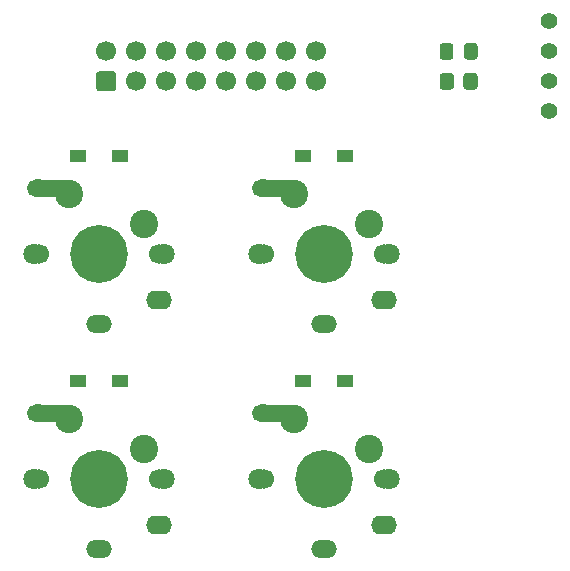
<source format=gts>
%TF.GenerationSoftware,KiCad,Pcbnew,(5.1.12-1-10_14)*%
%TF.CreationDate,2021-11-18T12:52:19+08:00*%
%TF.ProjectId,Pragmatic,50726167-6d61-4746-9963-2e6b69636164,0.1*%
%TF.SameCoordinates,Original*%
%TF.FileFunction,Soldermask,Top*%
%TF.FilePolarity,Negative*%
%FSLAX46Y46*%
G04 Gerber Fmt 4.6, Leading zero omitted, Abs format (unit mm)*
G04 Created by KiCad (PCBNEW (5.1.12-1-10_14)) date 2021-11-18 12:52:19*
%MOMM*%
%LPD*%
G01*
G04 APERTURE LIST*
%ADD10C,2.400000*%
%ADD11O,2.200000X1.600000*%
%ADD12C,4.900000*%
%ADD13C,1.800000*%
%ADD14O,2.200000X1.500000*%
%ADD15C,1.700000*%
%ADD16R,1.400000X1.000000*%
%ADD17C,1.397000*%
G04 APERTURE END LIST*
D10*
X80010000Y-73660000D03*
D11*
X81300000Y-80100000D03*
G36*
G01*
X70100043Y-70640401D02*
X70100043Y-70640401D01*
G75*
G02*
X70856559Y-69896975I749971J-6545D01*
G01*
X73756447Y-69922281D01*
G75*
G02*
X74499873Y-70678797I-6545J-749971D01*
G01*
X74499873Y-70678797D01*
G75*
G02*
X73743357Y-71422223I-749971J6545D01*
G01*
X70843469Y-71396917D01*
G75*
G02*
X70100043Y-70640401I6545J749971D01*
G01*
G37*
D10*
X73660000Y-71120000D03*
D12*
X76200000Y-76200000D03*
D13*
X70700000Y-76200000D03*
X81700000Y-76200000D03*
D14*
X76200000Y-82100000D03*
D15*
X81280000Y-76200000D03*
X71120000Y-76200000D03*
G36*
G01*
X88030000Y-42995001D02*
X88030000Y-42094999D01*
G75*
G02*
X88279999Y-41845000I249999J0D01*
G01*
X88980001Y-41845000D01*
G75*
G02*
X89230000Y-42094999I0J-249999D01*
G01*
X89230000Y-42995001D01*
G75*
G02*
X88980001Y-43245000I-249999J0D01*
G01*
X88279999Y-43245000D01*
G75*
G02*
X88030000Y-42995001I0J249999D01*
G01*
G37*
G36*
G01*
X86030000Y-42995001D02*
X86030000Y-42094999D01*
G75*
G02*
X86279999Y-41845000I249999J0D01*
G01*
X86980001Y-41845000D01*
G75*
G02*
X87230000Y-42094999I0J-249999D01*
G01*
X87230000Y-42995001D01*
G75*
G02*
X86980001Y-43245000I-249999J0D01*
G01*
X86279999Y-43245000D01*
G75*
G02*
X86030000Y-42995001I0J249999D01*
G01*
G37*
G36*
G01*
X88080000Y-40455001D02*
X88080000Y-39554999D01*
G75*
G02*
X88329999Y-39305000I249999J0D01*
G01*
X88980001Y-39305000D01*
G75*
G02*
X89230000Y-39554999I0J-249999D01*
G01*
X89230000Y-40455001D01*
G75*
G02*
X88980001Y-40705000I-249999J0D01*
G01*
X88329999Y-40705000D01*
G75*
G02*
X88080000Y-40455001I0J249999D01*
G01*
G37*
G36*
G01*
X86030000Y-40455001D02*
X86030000Y-39554999D01*
G75*
G02*
X86279999Y-39305000I249999J0D01*
G01*
X86930001Y-39305000D01*
G75*
G02*
X87180000Y-39554999I0J-249999D01*
G01*
X87180000Y-40455001D01*
G75*
G02*
X86930001Y-40705000I-249999J0D01*
G01*
X86279999Y-40705000D01*
G75*
G02*
X86030000Y-40455001I0J249999D01*
G01*
G37*
D10*
X60960000Y-73660000D03*
D11*
X62250000Y-80100000D03*
G36*
G01*
X51050043Y-70640401D02*
X51050043Y-70640401D01*
G75*
G02*
X51806559Y-69896975I749971J-6545D01*
G01*
X54706447Y-69922281D01*
G75*
G02*
X55449873Y-70678797I-6545J-749971D01*
G01*
X55449873Y-70678797D01*
G75*
G02*
X54693357Y-71422223I-749971J6545D01*
G01*
X51793469Y-71396917D01*
G75*
G02*
X51050043Y-70640401I6545J749971D01*
G01*
G37*
D10*
X54610000Y-71120000D03*
D12*
X57150000Y-76200000D03*
D13*
X51650000Y-76200000D03*
X62650000Y-76200000D03*
D14*
X57150000Y-82100000D03*
D15*
X62230000Y-76200000D03*
X52070000Y-76200000D03*
D10*
X80010000Y-54610000D03*
D11*
X81300000Y-61050000D03*
G36*
G01*
X70100043Y-51590401D02*
X70100043Y-51590401D01*
G75*
G02*
X70856559Y-50846975I749971J-6545D01*
G01*
X73756447Y-50872281D01*
G75*
G02*
X74499873Y-51628797I-6545J-749971D01*
G01*
X74499873Y-51628797D01*
G75*
G02*
X73743357Y-52372223I-749971J6545D01*
G01*
X70843469Y-52346917D01*
G75*
G02*
X70100043Y-51590401I6545J749971D01*
G01*
G37*
D10*
X73660000Y-52070000D03*
D12*
X76200000Y-57150000D03*
D13*
X70700000Y-57150000D03*
X81700000Y-57150000D03*
D14*
X76200000Y-63050000D03*
D15*
X81280000Y-57150000D03*
X71120000Y-57150000D03*
D10*
X60960000Y-54610000D03*
D11*
X62250000Y-61050000D03*
G36*
G01*
X51050043Y-51590401D02*
X51050043Y-51590401D01*
G75*
G02*
X51806559Y-50846975I749971J-6545D01*
G01*
X54706447Y-50872281D01*
G75*
G02*
X55449873Y-51628797I-6545J-749971D01*
G01*
X55449873Y-51628797D01*
G75*
G02*
X54693357Y-52372223I-749971J6545D01*
G01*
X51793469Y-52346917D01*
G75*
G02*
X51050043Y-51590401I6545J749971D01*
G01*
G37*
D10*
X54610000Y-52070000D03*
D12*
X57150000Y-57150000D03*
D13*
X51650000Y-57150000D03*
X62650000Y-57150000D03*
D14*
X57150000Y-63050000D03*
D15*
X62230000Y-57150000D03*
X52070000Y-57150000D03*
D16*
X74425000Y-67945000D03*
X77975000Y-67945000D03*
X55375000Y-67945000D03*
X58925000Y-67945000D03*
X74425000Y-48895000D03*
X77975000Y-48895000D03*
X55375000Y-48895000D03*
X58925000Y-48895000D03*
D17*
X95250000Y-45085000D03*
X95250000Y-42545000D03*
X95250000Y-40005000D03*
X95250000Y-37465000D03*
D15*
X75565000Y-40005000D03*
X73025000Y-40005000D03*
X70485000Y-40005000D03*
X67945000Y-40005000D03*
X65405000Y-40005000D03*
X62865000Y-40005000D03*
X60325000Y-40005000D03*
X57785000Y-40005000D03*
X75565000Y-42545000D03*
X73025000Y-42545000D03*
X70485000Y-42545000D03*
X67945000Y-42545000D03*
X65405000Y-42545000D03*
X62865000Y-42545000D03*
X60325000Y-42545000D03*
G36*
G01*
X58385000Y-43395000D02*
X57185000Y-43395000D01*
G75*
G02*
X56935000Y-43145000I0J250000D01*
G01*
X56935000Y-41945000D01*
G75*
G02*
X57185000Y-41695000I250000J0D01*
G01*
X58385000Y-41695000D01*
G75*
G02*
X58635000Y-41945000I0J-250000D01*
G01*
X58635000Y-43145000D01*
G75*
G02*
X58385000Y-43395000I-250000J0D01*
G01*
G37*
M02*

</source>
